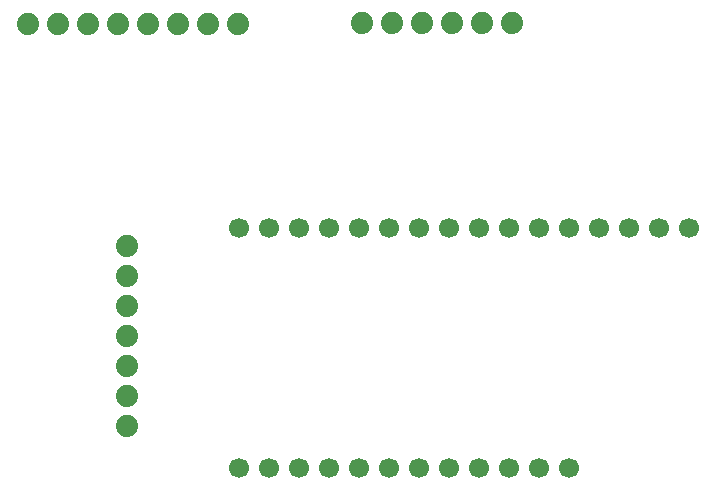
<source format=gbr>
%TF.GenerationSoftware,KiCad,Pcbnew,9.0.7*%
%TF.CreationDate,2026-02-04T09:14:49-08:00*%
%TF.ProjectId,BasicDatalogger,42617369-6344-4617-9461-6c6f67676572,rev?*%
%TF.SameCoordinates,Original*%
%TF.FileFunction,Soldermask,Top*%
%TF.FilePolarity,Negative*%
%FSLAX46Y46*%
G04 Gerber Fmt 4.6, Leading zero omitted, Abs format (unit mm)*
G04 Created by KiCad (PCBNEW 9.0.7) date 2026-02-04 09:14:49*
%MOMM*%
%LPD*%
G01*
G04 APERTURE LIST*
%ADD10C,1.700000*%
%ADD11C,1.879600*%
G04 APERTURE END LIST*
D10*
%TO.C,U1*%
X139080000Y-50000000D03*
X136540000Y-50000000D03*
X134000000Y-50000000D03*
X131460000Y-50000000D03*
X128920000Y-50000000D03*
X126380000Y-50000000D03*
X123840000Y-50000000D03*
X121300000Y-50000000D03*
X118760000Y-50000000D03*
X116220000Y-50000000D03*
X113680000Y-50000000D03*
X111140000Y-50000000D03*
X108600000Y-50000000D03*
X106060000Y-50000000D03*
X103520000Y-50000000D03*
X100980000Y-50000000D03*
X100980000Y-70320000D03*
X103520000Y-70320000D03*
X106060000Y-70320000D03*
X108600000Y-70320000D03*
X111140000Y-70320000D03*
X113680000Y-70320000D03*
X116220000Y-70320000D03*
X118760000Y-70320000D03*
X121300000Y-70320000D03*
X123840000Y-70320000D03*
X126380000Y-70320000D03*
X128920000Y-70320000D03*
%TD*%
D11*
%TO.C,U2*%
X100890000Y-32700000D03*
X98350000Y-32700000D03*
X95810000Y-32700000D03*
X93270000Y-32700000D03*
X90730000Y-32700000D03*
X88190000Y-32700000D03*
X85650000Y-32700000D03*
X83110000Y-32700000D03*
%TD*%
%TO.C,U4*%
X91450000Y-66720000D03*
X91450000Y-64180000D03*
X91450000Y-61640000D03*
X91450000Y-59100000D03*
X91450000Y-56560000D03*
X91450000Y-54020000D03*
X91450000Y-51480000D03*
%TD*%
%TO.C,U3*%
X124100000Y-32600000D03*
X121560000Y-32600000D03*
X119020000Y-32600000D03*
X116480000Y-32600000D03*
X113940000Y-32600000D03*
X111400000Y-32600000D03*
%TD*%
M02*

</source>
